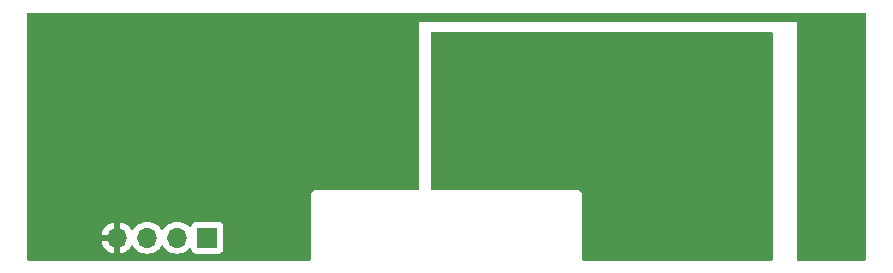
<source format=gbr>
%TF.GenerationSoftware,KiCad,Pcbnew,8.0.5-8.0.5-0~ubuntu22.04.1*%
%TF.CreationDate,2024-09-17T07:51:36-05:00*%
%TF.ProjectId,cheating-calc,63686561-7469-46e6-972d-63616c632e6b,rev?*%
%TF.SameCoordinates,Original*%
%TF.FileFunction,Copper,L2,Bot*%
%TF.FilePolarity,Positive*%
%FSLAX46Y46*%
G04 Gerber Fmt 4.6, Leading zero omitted, Abs format (unit mm)*
G04 Created by KiCad (PCBNEW 8.0.5-8.0.5-0~ubuntu22.04.1) date 2024-09-17 07:51:36*
%MOMM*%
%LPD*%
G01*
G04 APERTURE LIST*
%TA.AperFunction,ComponentPad*%
%ADD10R,1.700000X1.700000*%
%TD*%
%TA.AperFunction,ComponentPad*%
%ADD11O,1.700000X1.700000*%
%TD*%
%TA.AperFunction,ViaPad*%
%ADD12C,1.000000*%
%TD*%
G04 APERTURE END LIST*
D10*
%TO.P,J1,1,Pin_1*%
%TO.N,RING*%
X101092000Y-71628000D03*
D11*
%TO.P,J1,2,Pin_2*%
%TO.N,TIP*%
X98552000Y-71628000D03*
%TO.P,J1,3,Pin_3*%
%TO.N,GND*%
X96012000Y-71628000D03*
%TO.P,J1,4,Pin_4*%
%TO.N,+5V*%
X93472000Y-71628000D03*
%TD*%
D12*
%TO.N,+5V*%
X113800000Y-53300000D03*
X152400000Y-68890000D03*
%TO.N,+3.3V*%
X147320000Y-68890000D03*
X123900000Y-58950000D03*
X128000000Y-54860000D03*
X123900000Y-64450000D03*
%TD*%
%TA.AperFunction,Conductor*%
%TO.N,+5V*%
G36*
X156786802Y-52590185D02*
G01*
X156832557Y-52642989D01*
X156843763Y-52694500D01*
X156843763Y-73445704D01*
X156824078Y-73512743D01*
X156771274Y-73558498D01*
X156719763Y-73569704D01*
X151124000Y-73569704D01*
X151056961Y-73550019D01*
X151011206Y-73497215D01*
X151000000Y-73445704D01*
X151000000Y-53400000D01*
X119000000Y-53400000D01*
X119000000Y-67445551D01*
X118980315Y-67512590D01*
X118927511Y-67558345D01*
X118876000Y-67569551D01*
X110278129Y-67569551D01*
X110150833Y-67603659D01*
X110036707Y-67669551D01*
X110036704Y-67669553D01*
X109943523Y-67762734D01*
X109943521Y-67762737D01*
X109877629Y-67876863D01*
X109843521Y-68004159D01*
X109843521Y-73445704D01*
X109823836Y-73512743D01*
X109771032Y-73558498D01*
X109719521Y-73569704D01*
X85968500Y-73569704D01*
X85901461Y-73550019D01*
X85855706Y-73497215D01*
X85844500Y-73445704D01*
X85844500Y-71377999D01*
X92141364Y-71377999D01*
X92141364Y-71378000D01*
X93038988Y-71378000D01*
X93006075Y-71435007D01*
X92972000Y-71562174D01*
X92972000Y-71693826D01*
X93006075Y-71820993D01*
X93038988Y-71878000D01*
X92141364Y-71878000D01*
X92198567Y-72091486D01*
X92198570Y-72091492D01*
X92298399Y-72305578D01*
X92433894Y-72499082D01*
X92600917Y-72666105D01*
X92794421Y-72801600D01*
X93008507Y-72901429D01*
X93008516Y-72901433D01*
X93222000Y-72958634D01*
X93222000Y-72061012D01*
X93279007Y-72093925D01*
X93406174Y-72128000D01*
X93537826Y-72128000D01*
X93664993Y-72093925D01*
X93722000Y-72061012D01*
X93722000Y-72958633D01*
X93935483Y-72901433D01*
X93935492Y-72901429D01*
X94149578Y-72801600D01*
X94343082Y-72666105D01*
X94510105Y-72499082D01*
X94640119Y-72313405D01*
X94694696Y-72269781D01*
X94764195Y-72262588D01*
X94826549Y-72294110D01*
X94843269Y-72313405D01*
X94973505Y-72499401D01*
X95140599Y-72666495D01*
X95237384Y-72734265D01*
X95334165Y-72802032D01*
X95334167Y-72802033D01*
X95334170Y-72802035D01*
X95548337Y-72901903D01*
X95776592Y-72963063D01*
X95953034Y-72978500D01*
X96011999Y-72983659D01*
X96012000Y-72983659D01*
X96012001Y-72983659D01*
X96070966Y-72978500D01*
X96247408Y-72963063D01*
X96475663Y-72901903D01*
X96689830Y-72802035D01*
X96883401Y-72666495D01*
X97050495Y-72499401D01*
X97180425Y-72313842D01*
X97235002Y-72270217D01*
X97304500Y-72263023D01*
X97366855Y-72294546D01*
X97383575Y-72313842D01*
X97513281Y-72499082D01*
X97513505Y-72499401D01*
X97680599Y-72666495D01*
X97777384Y-72734265D01*
X97874165Y-72802032D01*
X97874167Y-72802033D01*
X97874170Y-72802035D01*
X98088337Y-72901903D01*
X98316592Y-72963063D01*
X98493034Y-72978500D01*
X98551999Y-72983659D01*
X98552000Y-72983659D01*
X98552001Y-72983659D01*
X98610966Y-72978500D01*
X98787408Y-72963063D01*
X99015663Y-72901903D01*
X99229830Y-72802035D01*
X99423401Y-72666495D01*
X99545329Y-72544566D01*
X99606648Y-72511084D01*
X99676340Y-72516068D01*
X99732274Y-72557939D01*
X99749189Y-72588917D01*
X99798202Y-72720328D01*
X99798206Y-72720335D01*
X99884452Y-72835544D01*
X99884455Y-72835547D01*
X99999664Y-72921793D01*
X99999671Y-72921797D01*
X100134517Y-72972091D01*
X100134516Y-72972091D01*
X100141444Y-72972835D01*
X100194127Y-72978500D01*
X101989872Y-72978499D01*
X102049483Y-72972091D01*
X102184331Y-72921796D01*
X102299546Y-72835546D01*
X102385796Y-72720331D01*
X102436091Y-72585483D01*
X102442500Y-72525873D01*
X102442499Y-70730128D01*
X102436091Y-70670517D01*
X102434810Y-70667083D01*
X102385797Y-70535671D01*
X102385793Y-70535664D01*
X102299547Y-70420455D01*
X102299544Y-70420452D01*
X102184335Y-70334206D01*
X102184328Y-70334202D01*
X102049482Y-70283908D01*
X102049483Y-70283908D01*
X101989883Y-70277501D01*
X101989881Y-70277500D01*
X101989873Y-70277500D01*
X101989864Y-70277500D01*
X100194129Y-70277500D01*
X100194123Y-70277501D01*
X100134516Y-70283908D01*
X99999671Y-70334202D01*
X99999664Y-70334206D01*
X99884455Y-70420452D01*
X99884452Y-70420455D01*
X99798206Y-70535664D01*
X99798203Y-70535669D01*
X99749189Y-70667083D01*
X99707317Y-70723016D01*
X99641853Y-70747433D01*
X99573580Y-70732581D01*
X99545326Y-70711430D01*
X99423402Y-70589506D01*
X99423395Y-70589501D01*
X99229834Y-70453967D01*
X99229830Y-70453965D01*
X99229828Y-70453964D01*
X99015663Y-70354097D01*
X99015659Y-70354096D01*
X99015655Y-70354094D01*
X98787413Y-70292938D01*
X98787403Y-70292936D01*
X98552001Y-70272341D01*
X98551999Y-70272341D01*
X98316596Y-70292936D01*
X98316586Y-70292938D01*
X98088344Y-70354094D01*
X98088335Y-70354098D01*
X97874171Y-70453964D01*
X97874169Y-70453965D01*
X97680597Y-70589505D01*
X97513505Y-70756597D01*
X97383575Y-70942158D01*
X97328998Y-70985783D01*
X97259500Y-70992977D01*
X97197145Y-70961454D01*
X97180425Y-70942158D01*
X97050494Y-70756597D01*
X96883402Y-70589506D01*
X96883395Y-70589501D01*
X96689834Y-70453967D01*
X96689830Y-70453965D01*
X96689828Y-70453964D01*
X96475663Y-70354097D01*
X96475659Y-70354096D01*
X96475655Y-70354094D01*
X96247413Y-70292938D01*
X96247403Y-70292936D01*
X96012001Y-70272341D01*
X96011999Y-70272341D01*
X95776596Y-70292936D01*
X95776586Y-70292938D01*
X95548344Y-70354094D01*
X95548335Y-70354098D01*
X95334171Y-70453964D01*
X95334169Y-70453965D01*
X95140597Y-70589505D01*
X94973508Y-70756594D01*
X94843269Y-70942595D01*
X94788692Y-70986219D01*
X94719193Y-70993412D01*
X94656839Y-70961890D01*
X94640119Y-70942594D01*
X94510113Y-70756926D01*
X94510108Y-70756920D01*
X94343082Y-70589894D01*
X94149578Y-70454399D01*
X93935492Y-70354570D01*
X93935486Y-70354567D01*
X93722000Y-70297364D01*
X93722000Y-71194988D01*
X93664993Y-71162075D01*
X93537826Y-71128000D01*
X93406174Y-71128000D01*
X93279007Y-71162075D01*
X93222000Y-71194988D01*
X93222000Y-70297364D01*
X93221999Y-70297364D01*
X93008513Y-70354567D01*
X93008507Y-70354570D01*
X92794422Y-70454399D01*
X92794420Y-70454400D01*
X92600926Y-70589886D01*
X92600920Y-70589891D01*
X92433891Y-70756920D01*
X92433886Y-70756926D01*
X92298400Y-70950420D01*
X92298399Y-70950422D01*
X92198570Y-71164507D01*
X92198567Y-71164513D01*
X92141364Y-71377999D01*
X85844500Y-71377999D01*
X85844500Y-52694500D01*
X85864185Y-52627461D01*
X85916989Y-52581706D01*
X85968500Y-52570500D01*
X110278121Y-52570500D01*
X132278325Y-52570500D01*
X156719763Y-52570500D01*
X156786802Y-52590185D01*
G37*
%TD.AperFunction*%
%TD*%
%TA.AperFunction,Conductor*%
%TO.N,+3.3V*%
G36*
X148943039Y-54219685D02*
G01*
X148988794Y-54272489D01*
X149000000Y-54324000D01*
X149000000Y-73445704D01*
X148980315Y-73512743D01*
X148927511Y-73558498D01*
X148876000Y-73569704D01*
X132968733Y-73569704D01*
X132901694Y-73550019D01*
X132855939Y-73497215D01*
X132844733Y-73445704D01*
X132844733Y-68004161D01*
X132844733Y-68004159D01*
X132810625Y-67876865D01*
X132744733Y-67762737D01*
X132651547Y-67669551D01*
X132594483Y-67636605D01*
X132537420Y-67603659D01*
X132473772Y-67586605D01*
X132410125Y-67569551D01*
X120124000Y-67569551D01*
X120056961Y-67549866D01*
X120011206Y-67497062D01*
X120000000Y-67445551D01*
X120000000Y-54324000D01*
X120019685Y-54256961D01*
X120072489Y-54211206D01*
X120124000Y-54200000D01*
X148876000Y-54200000D01*
X148943039Y-54219685D01*
G37*
%TD.AperFunction*%
%TD*%
M02*

</source>
